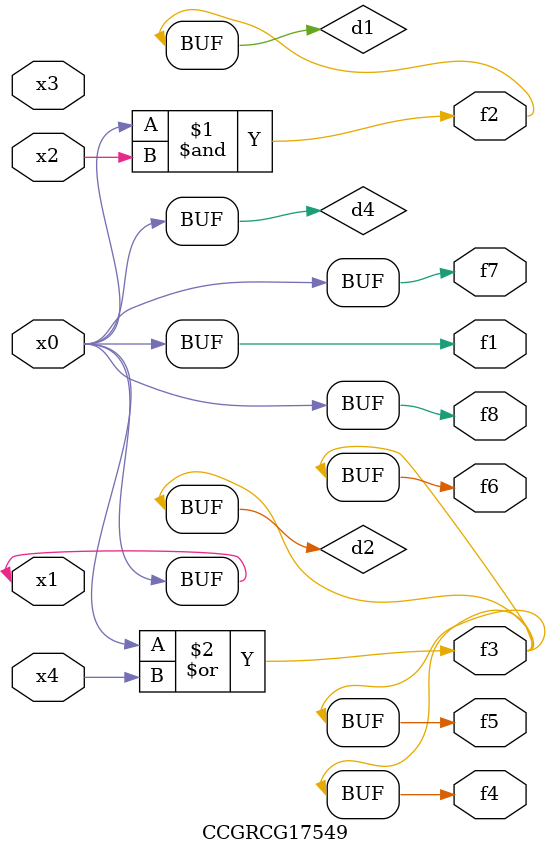
<source format=v>
module CCGRCG17549(
	input x0, x1, x2, x3, x4,
	output f1, f2, f3, f4, f5, f6, f7, f8
);

	wire d1, d2, d3, d4;

	and (d1, x0, x2);
	or (d2, x0, x4);
	nand (d3, x0, x2);
	buf (d4, x0, x1);
	assign f1 = d4;
	assign f2 = d1;
	assign f3 = d2;
	assign f4 = d2;
	assign f5 = d2;
	assign f6 = d2;
	assign f7 = d4;
	assign f8 = d4;
endmodule

</source>
